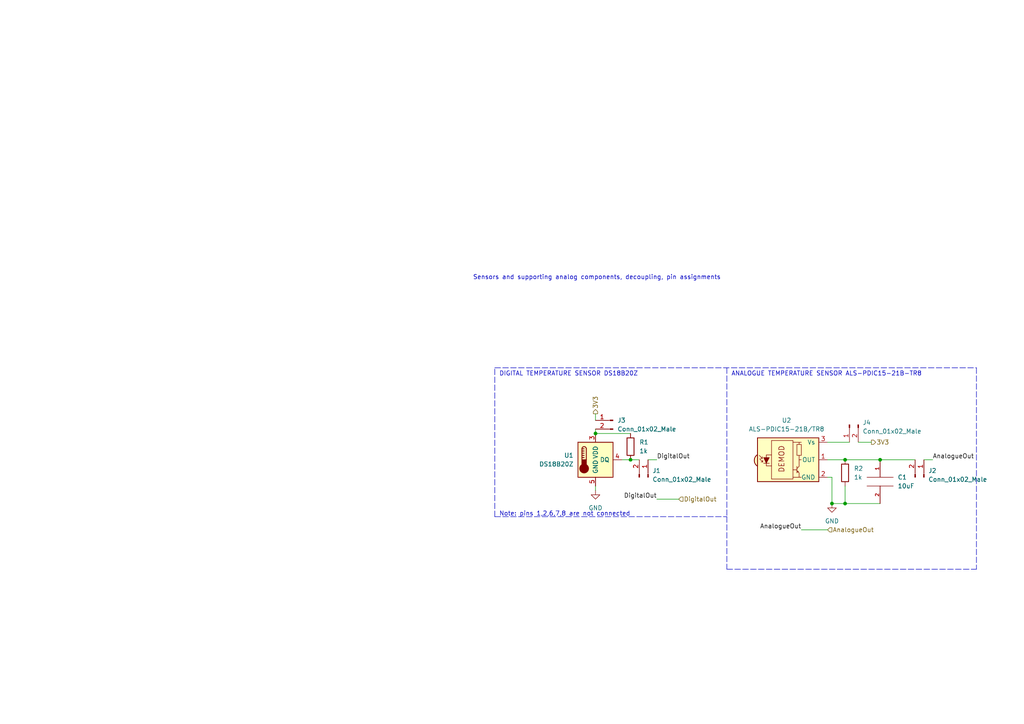
<source format=kicad_sch>
(kicad_sch (version 20211123) (generator eeschema)
  (paper "A4")
  (title_block (date "2022-03-17") (rev "v0.1.1") (company "UCT") (comment 2 "Group 7") (comment 3 "@Checked By: ") (comment 4 "@Authors: Ryan Jones, Alex Cargill & Devlin Trafford"))
  (lib_symbols
    (symbol "Connector:Conn_01x02_Male" (pin_names (offset 1.016) hide)
      (property "Reference" "J" (at 0 2.54 0))
      (property "Value" "Conn_01x02_Male" (at 0 -5.08 0))
      (symbol "Conn_01x02_Male_1_1"
        (polyline (pts (xy 1.27 -2.54) (xy 0.8636 -2.54)) (stroke (width 0.1524)))
        (polyline (pts (xy 1.27 0) (xy 0.8636 0)) (stroke (width 0.1524)))
        (rectangle (start 0.8636 -2.413) (end 0 -2.667) (stroke (width 0.1524)) (fill (type outline)))
        (rectangle (start 0.8636 0.127) (end 0 -0.127) (stroke (width 0.1524)) (fill (type outline)))
        (pin passive line (at 5.08 0 180) (length 3.81) (name "Pin_1") (number "1"))
        (pin passive line (at 5.08 -2.54 180) (length 3.81) (name "Pin_2") (number "2"))
      )
    )
    (symbol "Device:R" (pin_numbers hide) (pin_names (offset 0))
      (property "Reference" "R" (at 2.032 0 90))
      (property "Value" "R" (at 0 0 90))
      (symbol "R_0_1"
        (rectangle (start -1.016 -2.54) (end 1.016 2.54) (stroke (width 0.254)))
      )
      (symbol "R_1_1"
        (pin passive line (at 0 3.81 270) (length 1.27) (name "~") (number "1"))
        (pin passive line (at 0 -3.81 90) (length 1.27) (name "~") (number "2"))
      )
    )
    (symbol "Sensor_Proximity:TSSP58038SS1XB" (pin_names (offset 1.016))
      (property "Reference" "U3" (at -1.735 11.43 0))
      (property "Value" "ALS-PDIC15-21B/TR8" (at -1.735 8.89 0))
      (symbol "TSSP58038SS1XB_0_0"
        (arc (start -10.287 1.397) (mid -11.0899 -0.1905) (end -10.287 -1.778) (stroke (width 0.254)) (fill (type background)))
        (polyline (pts (xy 1.905 -5.08) (xy 0.127 -5.08)))
        (polyline (pts (xy 1.905 5.08) (xy 0.127 5.08)))
        (text "DEMOD" (at -3.175 0.254 900) (effects (font (size 1.524 1.524))))
      )
      (symbol "TSSP58038SS1XB_0_1"
        (rectangle (start -6.096 5.588) (end 0.127 -5.588))
        (polyline (pts (xy -8.763 0.381) (xy -9.652 1.27)))
        (polyline (pts (xy -8.763 0.381) (xy -9.271 0.381)))
        (polyline (pts (xy -8.763 0.381) (xy -8.763 0.889)))
        (polyline (pts (xy -8.636 -0.635) (xy -9.525 0.254)))
        (polyline (pts (xy -8.636 -0.635) (xy -9.144 -0.635)))
        (polyline (pts (xy -8.636 -0.635) (xy -8.636 -0.127)))
        (polyline (pts (xy -8.382 -1.016) (xy -6.731 -1.016)))
        (polyline (pts (xy 1.27 -2.921) (xy 0.127 -2.921)))
        (polyline (pts (xy 1.27 -1.905) (xy 1.27 -3.81)))
        (polyline (pts (xy 1.397 -3.556) (xy 1.524 -3.556)))
        (polyline (pts (xy 1.651 -3.556) (xy 1.524 -3.556)))
        (polyline (pts (xy 1.651 -3.556) (xy 1.651 -3.302)))
        (polyline (pts (xy 1.905 0) (xy 1.905 1.27)))
        (polyline (pts (xy 1.905 4.445) (xy 1.905 5.08) (xy 2.54 5.08)))
        (polyline (pts (xy -8.382 0.635) (xy -6.731 0.635) (xy -7.62 -1.016) (xy -8.382 0.635)) (fill (type outline)))
        (polyline (pts (xy -6.096 1.397) (xy -7.62 1.397) (xy -7.62 -1.778) (xy -6.096 -1.778)))
        (polyline (pts (xy 1.27 -3.175) (xy 1.905 -3.81) (xy 1.905 -5.08) (xy 2.54 -5.08)))
        (polyline (pts (xy 1.27 -2.54) (xy 1.905 -1.905) (xy 1.905 0) (xy 2.54 0)))
        (rectangle (start 2.54 1.27) (end 1.27 4.445))
        (rectangle (start 7.62 6.35) (end -10.16 -6.35) (stroke (width 0.254)) (fill (type background)))
      )
      (symbol "TSSP58038SS1XB_1_1"
        (pin output line (at 10.16 0 180) (length 2.54) (name "OUT") (number "1"))
        (pin bidirectional line (at 10.16 -5.08 180) (length 2.54) (name "GND") (number "2"))
        (pin power_in line (at 10.16 5.08 180) (length 2.54) (name "Vs") (number "3"))
      )
    )
    (symbol "Sensor_Temperature:DS18B20Z" (pin_names (offset 1.016))
      (property "Reference" "U2" (at -6.35 1.2701 0))
      (property "Value" "DS18B20Z" (at -6.35 -1.2699 0))
      (symbol "DS18B20Z_0_1"
        (rectangle (start -5.08 5.08) (end 5.08 -5.08) (stroke (width 0.254)) (fill (type background)))
        (circle (center -3.302 -2.54) (radius 1.27) (stroke (width 0.254)) (fill (type outline)))
        (rectangle (start -2.667 -1.905) (end -3.937 0) (stroke (width 0.254)) (fill (type outline)))
        (arc (start -2.667 3.175) (mid -3.302 3.81) (end -3.937 3.175) (stroke (width 0.254)))
        (polyline (pts (xy -3.937 0.635) (xy -3.302 0.635)) (stroke (width 0.254)))
        (polyline (pts (xy -3.937 1.27) (xy -3.302 1.27)) (stroke (width 0.254)))
        (polyline (pts (xy -3.937 1.905) (xy -3.302 1.905)) (stroke (width 0.254)))
        (polyline (pts (xy -3.937 2.54) (xy -3.302 2.54)) (stroke (width 0.254)))
        (polyline (pts (xy -3.937 3.175) (xy -3.937 0)) (stroke (width 0.254)))
        (polyline (pts (xy -3.937 3.175) (xy -3.302 3.175)) (stroke (width 0.254)))
        (polyline (pts (xy -2.667 3.175) (xy -2.667 0)) (stroke (width 0.254)))
      )
      (symbol "DS18B20Z_1_1"
        (pin no_connect line (at -7.62 2.54 0) (length 2.54) hide (name "NC") (number "1"))
        (pin no_connect line (at -7.62 0 0) (length 2.54) hide (name "NC") (number "2"))
        (pin power_in line (at 0 7.62 270) (length 2.54) (name "VDD") (number "3"))
        (pin bidirectional line (at 7.62 0 180) (length 2.54) (name "DQ") (number "4"))
        (pin bidirectional line (at 0 -7.62 90) (length 2.54) (name "GND") (number "5"))
        (pin no_connect line (at -7.62 -2.54 0) (length 2.54) hide (name "NC") (number "6"))
        (pin no_connect line (at 7.62 2.54 180) (length 2.54) hide (name "NC") (number "7"))
        (pin no_connect line (at 7.62 -2.54 180) (length 2.54) hide (name "NC") (number "8"))
      )
    )
    (symbol "power:GND" (power) (pin_names (offset 0))
      (property "Value" "GND" (at 0 -3.81 0))
      (symbol "GND_0_1"
        (polyline (pts (xy 0 0) (xy 0 -1.27) (xy 1.27 -1.27) (xy 0 -2.54) (xy -1.27 -1.27) (xy 0 -1.27)))
      )
      (symbol "GND_1_1"
        (pin power_in line (at 0 0 270) (length 0) hide (name "GND") (number "1"))
      )
    )
    (symbol "pspice:C" (pin_names (offset 0.254))
      (property "Reference" "C" (at 2.54 3.81 90))
      (property "Value" "C" (at 2.54 -3.81 90))
      (symbol "C_0_1"
        (polyline (pts (xy -3.81 -1.27) (xy 3.81 -1.27)))
        (polyline (pts (xy -3.81 1.27) (xy 3.81 1.27)))
      )
      (symbol "C_1_1"
        (pin passive line (at 0 6.35 270) (length 5.08) (name "~") (number "1"))
        (pin passive line (at 0 -6.35 90) (length 5.08) (name "~") (number "2"))
      )
    )
  )
  (junction (at 245.11 146.05))
  (junction (at 241.3 146.05))
  (junction (at 245.11 133.35))
  (junction (at 255.27 133.35))
  (junction (at 172.72 125.73))
  (junction (at 182.88 133.35))
  (polyline (pts (xy 210.82 106.68) (xy 210.82 149.86)))
  (wire (pts (xy 240.03 138.43) (xy 241.3 138.43)))
  (wire (pts (xy 172.72 140.97) (xy 172.72 142.24)))
  (wire (pts (xy 245.11 146.05) (xy 245.11 140.97)))
  (wire (pts (xy 182.88 133.35) (xy 185.42 133.35)))
  (wire (pts (xy 232.41 153.67) (xy 240.03 153.67)))
  (polyline (pts (xy 210.82 149.86) (xy 210.82 165.1)))
  (wire (pts (xy 240.03 133.35) (xy 245.11 133.35)))
  (wire (pts (xy 187.96 133.35) (xy 190.5 133.35)))
  (polyline (pts (xy 210.82 165.1) (xy 283.21 165.1)))
  (wire (pts (xy 180.34 133.35) (xy 182.88 133.35)))
  (wire (pts (xy 248.92 128.27) (xy 252.73 128.27)))
  (polyline (pts (xy 143.51 106.68) (xy 283.21 106.68)))
  (wire (pts (xy 190.5 144.78) (xy 196.85 144.78)))
  (wire (pts (xy 245.11 146.05) (xy 255.27 146.05)))
  (wire (pts (xy 241.3 138.43) (xy 241.3 146.05)))
  (wire (pts (xy 267.97 133.35) (xy 270.51 133.35)))
  (wire (pts (xy 172.72 124.46) (xy 172.72 125.73)))
  (polyline (pts (xy 143.51 149.86) (xy 210.82 149.86)))
  (polyline (pts (xy 143.51 149.86) (xy 143.51 106.68)))
  (wire (pts (xy 172.72 125.73) (xy 182.88 125.73)))
  (wire (pts (xy 172.72 120.015) (xy 172.72 121.92)))
  (wire (pts (xy 240.03 128.27) (xy 246.38 128.27)))
  (wire (pts (xy 255.27 133.35) (xy 265.43 133.35)))
  (wire (pts (xy 245.11 133.35) (xy 255.27 133.35)))
  (polyline (pts (xy 283.21 106.68) (xy 283.21 165.1)))
  (wire (pts (xy 241.3 146.05) (xy 245.11 146.05)))
  (text "ANALOGUE TEMPERATURE SENSOR ALS-PDIC15-21B-TR8" (at 212.09 109.22 0) (effects (font (size 1.27 1.27)) (justify left bottom)))
  (text "DIGITAL TEMPERATURE SENSOR DS18B20Z " (at 144.78 109.22 0) (effects (font (size 1.27 1.27)) (justify left bottom)))
  (text "Note: pins 1,2,6,7,8 are not connected" (at 144.78 149.86 0) (effects (font (size 1.27 1.27)) (justify left bottom)))
  (text "Sensors and supporting analog components, decoupling, pin assignments" (at 137.16 81.28 0) (effects (font (size 1.27 1.27)) (justify left bottom)))
  (label "AnalogueOut" (at 270.51 133.35 0))
  (label "DigitalOut" (at 190.5 144.78 180))
  (label "DigitalOut" (at 190.5 133.35 0))
  (label "AnalogueOut" (at 232.41 153.67 180))
  (hierarchical_label "3V3" (shape output) (at 252.73 128.27 0))
  (hierarchical_label "AnalogueOut" (shape input) (at 240.03 153.67 0))
  (hierarchical_label "3V3" (shape output) (at 172.72 120.015 90))
  (hierarchical_label "DigitalOut" (shape input) (at 196.85 144.78 0))
  (symbol (lib_id "Sensor_Proximity:TSSP58038SS1XB") (at 229.87 133.35 0) (unit 1)
    (property "Reference" "U2" (at 228.135 121.92 0))
    (property "Value" "ALS-PDIC15-21B/TR8" (at 228.135 124.46 0))
    (property "Footprint" "OptoDevice:Vishay_MINICAST-3Pin" (effects hide))
    (property "Datasheet" "http://www.vishay.com/docs/82740/tssp58038ss1xb.pdf" (effects hide))
  )
  (symbol (lib_id "Device:R") (at 182.88 129.54 0) (unit 1)
    (property "Reference" "R1" (at 185.42 128.2699 0) (effects (justify left)))
    (property "Value" "1k" (at 185.42 130.8099 0) (effects (justify left)))
    (property "Footprint" "1k:RESC1608X55N" (effects hide))
  )
  (symbol (lib_id "power:GND") (at 241.3 146.05 0) (unit 1)
    (property "Reference" "#PWR041" (effects hide))
    (property "Value" "GND" (at 241.3 151.13 0))
  )
  (symbol (lib_id "pspice:C") (at 255.27 139.7 0) (unit 1)
    (property "Reference" "C1" (at 260.35 138.4299 0) (effects (justify left)))
    (property "Value" "10uF" (at 260.35 140.97 0) (effects (justify left)))
    (property "Footprint" "10uF_0804:CAPC2012X145N" (effects hide))
  )
  (symbol (lib_id "Connector:Conn_01x02_Male") (at 187.96 138.43 270) (mirror x) (unit 1)
    (property "Reference" "J1" (at 189.23 136.5249 90) (effects (justify left)))
    (property "Value" "Conn_01x02_Male" (at 189.23 139.0649 90) (effects (justify left)))
    (property "Footprint" "Connector_Molex:Molex_PicoBlade_53261-0271_1x02-1MP_P1.25mm_Horizontal" (effects hide))
  )
  (symbol (lib_id "Connector:Conn_01x02_Male") (at 177.8 121.92 0) (mirror y) (unit 1)
    (property "Reference" "J3" (at 179.07 121.9199 0) (effects (justify right)))
    (property "Value" "Conn_01x02_Male" (at 179.07 124.4599 0) (effects (justify right)))
    (property "Footprint" "Connector_Molex:Molex_PicoBlade_53261-0271_1x02-1MP_P1.25mm_Horizontal" (effects hide))
  )
  (symbol (lib_id "power:GND") (at 172.72 142.24 0) (unit 1)
    (property "Reference" "#PWR0104" (effects hide))
    (property "Value" "GND" (at 172.72 147.32 0))
  )
  (symbol (lib_id "Connector:Conn_01x02_Male") (at 267.97 138.43 270) (mirror x) (unit 1)
    (property "Reference" "J2" (at 269.24 136.5249 90) (effects (justify left)))
    (property "Value" "Conn_01x02_Male" (at 269.24 139.0649 90) (effects (justify left)))
    (property "Footprint" "Connector_Molex:Molex_PicoBlade_53261-0271_1x02-1MP_P1.25mm_Horizontal" (effects hide))
  )
  (symbol (lib_id "Connector:Conn_01x02_Male") (at 246.38 123.19 90) (mirror x) (unit 1)
    (property "Reference" "J4" (at 250.19 122.5549 90) (effects (justify right)))
    (property "Value" "Conn_01x02_Male" (at 250.19 125.0949 90) (effects (justify right)))
    (property "Footprint" "Connector_Molex:Molex_PicoBlade_53261-0271_1x02-1MP_P1.25mm_Horizontal" (effects hide))
  )
  (symbol (lib_id "Sensor_Temperature:DS18B20Z") (at 172.72 133.35 0) (unit 1)
    (property "Reference" "U1" (at 166.37 132.0799 0) (effects (justify right)))
    (property "Value" "DS18B20Z" (at 166.37 134.6199 0) (effects (justify right)))
    (property "Footprint" "Package_SO:SOIC-8_3.9x4.9mm_P1.27mm" (effects hide))
    (property "Datasheet" "http://datasheets.maximintegrated.com/en/ds/DS18B20.pdf" (effects hide))
  )
  (symbol (lib_id "Device:R") (at 245.11 137.16 0) (unit 1)
    (property "Reference" "R2" (at 247.65 135.8899 0) (effects (justify left)))
    (property "Value" "1k" (at 247.65 138.4299 0) (effects (justify left)))
    (property "Footprint" "1k:RESC1608X55N" (effects hide))
  )
)
</source>
